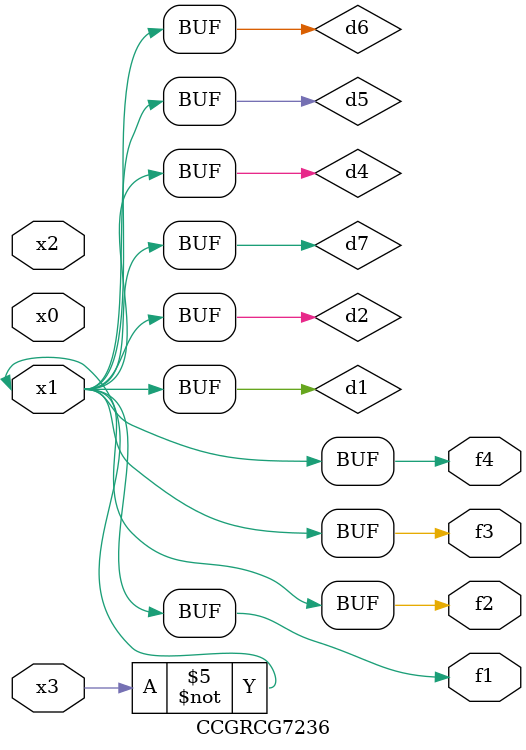
<source format=v>
module CCGRCG7236(
	input x0, x1, x2, x3,
	output f1, f2, f3, f4
);

	wire d1, d2, d3, d4, d5, d6, d7;

	not (d1, x3);
	buf (d2, x1);
	xnor (d3, d1, d2);
	nor (d4, d1);
	buf (d5, d1, d2);
	buf (d6, d4, d5);
	nand (d7, d4);
	assign f1 = d6;
	assign f2 = d7;
	assign f3 = d6;
	assign f4 = d6;
endmodule

</source>
